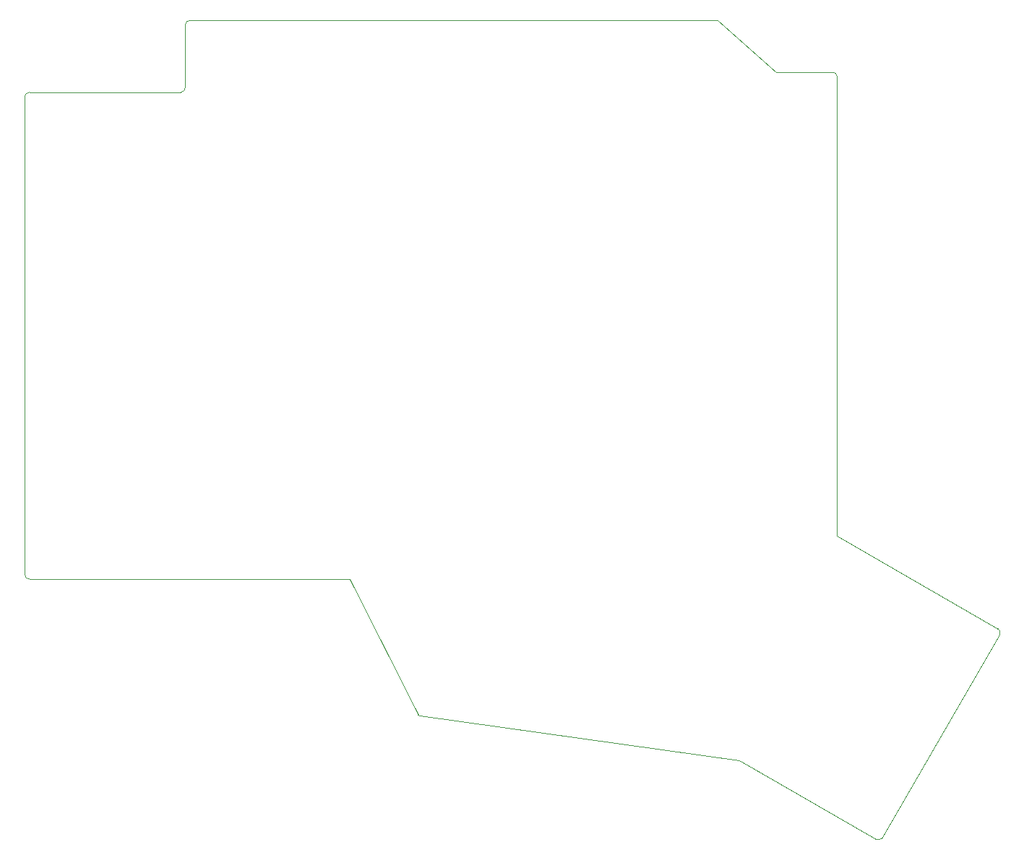
<source format=gbr>
G04 #@! TF.GenerationSoftware,KiCad,Pcbnew,(5.1.5-0-10_14)*
G04 #@! TF.CreationDate,2020-04-20T20:44:16-04:00*
G04 #@! TF.ProjectId,minidox-routed,6d696e69-646f-4782-9d72-6f757465642e,rev?*
G04 #@! TF.SameCoordinates,Original*
G04 #@! TF.FileFunction,Profile,NP*
%FSLAX46Y46*%
G04 Gerber Fmt 4.6, Leading zero omitted, Abs format (unit mm)*
G04 Created by KiCad (PCBNEW (5.1.5-0-10_14)) date 2020-04-20 20:44:16*
%MOMM*%
%LPD*%
G04 APERTURE LIST*
%ADD10C,0.050000*%
G04 APERTURE END LIST*
D10*
X171251211Y-179622383D02*
G75*
G02X171399199Y-180289201I-283811J-412817D01*
G01*
X157613418Y-204144212D02*
G75*
G02X156946600Y-204292200I-412817J283811D01*
G01*
X57734200Y-173786800D02*
G75*
G02X57200800Y-173253400I0J533400D01*
G01*
X57175400Y-117271800D02*
G75*
G02X57734200Y-116713000I558800J0D01*
G01*
X75996800Y-116154200D02*
G75*
G02X75438000Y-116713000I-558800J0D01*
G01*
X75996800Y-108813600D02*
G75*
G02X76555600Y-108254800I558800J0D01*
G01*
X151815800Y-114325400D02*
G75*
G02X152374600Y-114884200I0J-558800D01*
G01*
X57175400Y-117271800D02*
X57200800Y-173253400D01*
X75438000Y-116713000D02*
X57734200Y-116713000D01*
X75996800Y-108813600D02*
X75996800Y-116154200D01*
X95275400Y-173786800D02*
X103301800Y-189732638D01*
X57734200Y-173786800D02*
X95275400Y-173786800D01*
X103454200Y-189814200D02*
X140868400Y-195021200D01*
X103454200Y-189814200D02*
G75*
G02X103301800Y-189732638I0J183162D01*
G01*
X156946600Y-204292200D02*
X140868400Y-195021200D01*
X171399199Y-180289201D02*
X157613418Y-204144212D01*
X135382000Y-108254800D02*
X76555600Y-108254800D01*
X138328400Y-108254800D02*
X145237200Y-114325400D01*
X135382000Y-108254800D02*
X138328400Y-108254800D01*
X151815800Y-114325400D02*
X145237200Y-114325400D01*
X152374600Y-168706800D02*
X152374600Y-114884200D01*
X171251211Y-179622383D02*
X152374600Y-168706800D01*
M02*

</source>
